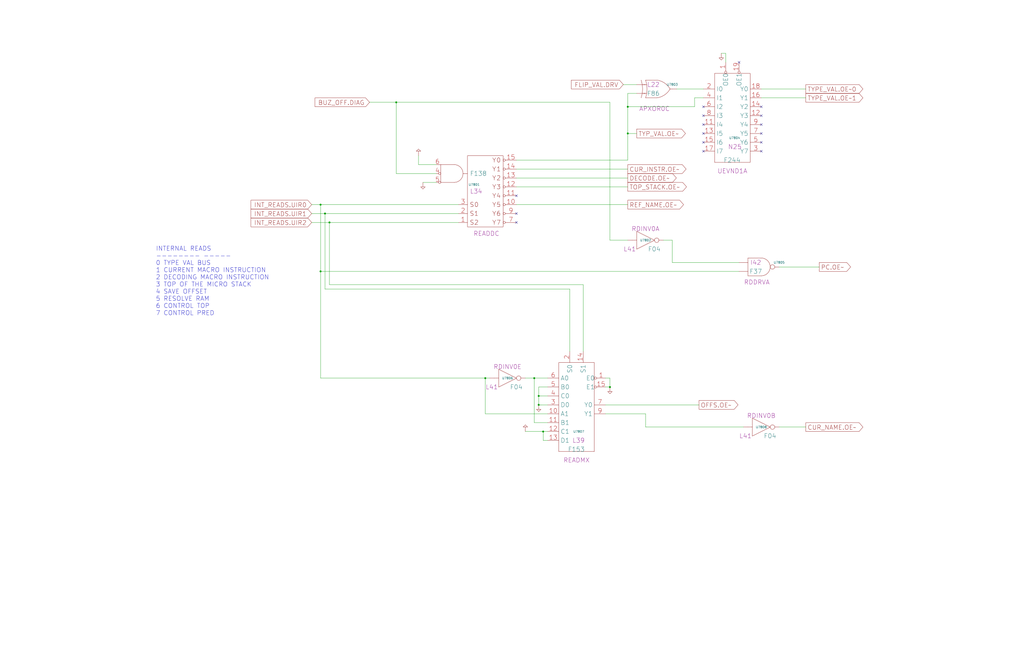
<source format=kicad_sch>
(kicad_sch (version 20230121) (generator eeschema)
  (paper "User" 584.2 378.46)
  (title_block (title "INTERNAL READ DECODING") (date "22-MAY-90") (rev "1.0") (comment 1 "SEQUENCER") (comment 2 "232-003064") (comment 3 "S400") (comment 4 "RELEASED"))
  (lib_symbols
    (symbol "r1000:F04" (pin_numbers hide) (pin_names hide)
      (property "Reference" "U" (at 0 0 0))
      (property "Value" "F04" (at 1.27 -5.08 0))
      (property "Location" "___" (at -12.7 -5.08 0))
      (property "Name" "______" (at 0 5.08 0))
      (symbol "F04_0_1"
        (polyline (pts (xy -7.62 0) (xy -5.08 0)) (stroke (width 0.1524)))
        (polyline (pts (xy -5.08 5.08) (xy -5.08 -5.08)) (stroke (width 0.1524)))
        (polyline (pts (xy 5.08 0) (xy -5.08 -5.08)) (stroke (width 0.1524)))
        (polyline (pts (xy 5.08 0) (xy -5.08 5.08)) (stroke (width 0.1524)))
        (circle (center 6.35 0) (radius 1.27) (stroke (width 0.1524)))
      )
      (symbol "F04_1_1"
        (pin input line (at -10.16 0 0) (length 2.54) (name "D0") (number "1"))
        (pin output line (at 10.16 0 180) (length 2.54) (name "Q") (number "2"))
      )
    )
    (symbol "r1000:F138" (pin_names (offset 1.016) hide)
      (property "Reference" "U" (at 1.27 3.81 0))
      (property "Value" "F138" (at -1.27 10.16 0))
      (property "Location" "___" (at -1.27 0 0))
      (property "Name" "______" (at 8.255 -24.13 0))
      (symbol "F138_0_0"
        (arc (start -10.16 5.08) (mid -6.5679 6.5679) (end -5.08 10.16) (stroke (width 0.1524)))
        (arc (start -5.08 10.16) (mid -6.5679 13.7521) (end -10.16 15.24) (stroke (width 0.1524)))
        (polyline (pts (xy -17.78 5.08) (xy -10.16 5.08)) (stroke (width 0.1524)))
        (polyline (pts (xy -17.78 15.24) (xy -10.16 15.24)) (stroke (width 0.1524)))
      )
      (symbol "F138_0_1"
        (circle (center -18.415 5.08) (radius 0.635) (stroke (width 0.1524)))
        (circle (center -18.415 10.16) (radius 0.635) (stroke (width 0.1524)))
        (rectangle (start -2.54 20.32) (end 17.78 -20.32) (stroke (width 0.1524)))
        (polyline (pts (xy -19.05 15.24) (xy -17.78 15.24)) (stroke (width 0.1524)))
        (polyline (pts (xy -17.78 15.24) (xy -17.78 5.08)) (stroke (width 0.1524)))
        (polyline (pts (xy -2.54 10.16) (xy -5.08 10.16)) (stroke (width 0.1524)))
      )
      (symbol "F138_1_1"
        (circle (center 18.415 -17.78) (radius 0.635))
        (circle (center 18.415 -12.7) (radius 0.635))
        (circle (center 18.415 -7.62) (radius 0.635))
        (circle (center 18.415 -2.54) (radius 0.635))
        (circle (center 18.415 2.54) (radius 0.635))
        (circle (center 18.415 7.62) (radius 0.635))
        (circle (center 18.415 12.7) (radius 0.635))
        (circle (center 18.415 17.78) (radius 0.635))
        (text "0" (at 2.54 -7.62 0) (effects (font (size 2.54 2.54))))
        (text "0" (at 15.24 17.78 0) (effects (font (size 2.54 2.54))))
        (text "1" (at 2.54 -12.7 0) (effects (font (size 2.54 2.54))))
        (text "1" (at 15.24 12.7 0) (effects (font (size 2.54 2.54))))
        (text "2" (at 2.54 -17.78 0) (effects (font (size 2.54 2.54))))
        (text "2" (at 15.24 7.62 0) (effects (font (size 2.54 2.54))))
        (text "3" (at 15.24 2.54 0) (effects (font (size 2.54 2.54))))
        (text "4" (at 15.24 -2.54 0) (effects (font (size 2.54 2.54))))
        (text "5" (at 15.24 -7.62 0) (effects (font (size 2.54 2.54))))
        (text "6" (at 15.24 -12.7 0) (effects (font (size 2.54 2.54))))
        (text "7" (at 15.24 -17.78 0) (effects (font (size 2.54 2.54))))
        (text "S" (at 0 -17.78 0) (effects (font (size 2.54 2.54))))
        (text "S" (at 0 -12.7 0) (effects (font (size 2.54 2.54))))
        (text "S" (at 0 -7.62 0) (effects (font (size 2.54 2.54))))
        (text "Y" (at 12.7 -17.78 0) (effects (font (size 2.54 2.54))))
        (text "Y" (at 12.7 -12.7 0) (effects (font (size 2.54 2.54))))
        (text "Y" (at 12.7 -7.62 0) (effects (font (size 2.54 2.54))))
        (text "Y" (at 12.7 -2.54 0) (effects (font (size 2.54 2.54))))
        (text "Y" (at 12.7 2.54 0) (effects (font (size 2.54 2.54))))
        (text "Y" (at 12.7 7.62 0) (effects (font (size 2.54 2.54))))
        (text "Y" (at 12.7 12.7 0) (effects (font (size 2.54 2.54))))
        (text "Y" (at 12.7 17.78 0) (effects (font (size 2.54 2.54))))
        (pin input line (at -7.62 -17.78 0) (length 5.08) (name "S2") (number "1"))
        (pin output line (at 25.4 -7.62 180) (length 6.35) (name "Y5_") (number "10"))
        (pin output line (at 25.4 -2.54 180) (length 6.35) (name "Y4_") (number "11"))
        (pin output line (at 25.4 2.54 180) (length 6.35) (name "Y3_") (number "12"))
        (pin output line (at 25.4 7.62 180) (length 6.35) (name "Y2_") (number "13"))
        (pin output line (at 25.4 12.7 180) (length 6.35) (name "Y1_") (number "14"))
        (pin output line (at 25.4 17.78 180) (length 6.35) (name "Y0_") (number "15"))
        (pin input line (at -7.62 -12.7 0) (length 5.08) (name "S1") (number "2"))
        (pin input line (at -7.62 -7.62 0) (length 5.08) (name "S0") (number "3"))
        (pin input line (at -20.32 10.16 0) (length 1.27) (name "D1") (number "4"))
        (pin input line (at -20.32 5.08 0) (length 1.27) (name "D2") (number "5"))
        (pin input line (at -20.32 15.24 0) (length 1.27) (name "D0") (number "6"))
        (pin output line (at 25.4 -17.78 180) (length 6.35) (name "Y7_") (number "7"))
        (pin output line (at 25.4 -12.7 180) (length 6.35) (name "Y6_") (number "9"))
      )
    )
    (symbol "r1000:F153" (pin_names (offset 1.016))
      (property "Reference" "U" (at 2.54 5.08 0))
      (property "Value" "F153" (at -3.81 -5.08 0))
      (property "Location" "___" (at -1.27 0 0))
      (property "Name" "______" (at 1.27 -12.7 0))
      (symbol "F153_1_1"
        (rectangle (start -8.89 44.45) (end 11.43 -6.35))
        (circle (center 12.065 30.48) (radius 0.635))
        (circle (center 12.065 35.56) (radius 0.635))
        (pin input line (at 17.78 35.56 180) (length 5.08) (name "E0") (number "1"))
        (pin input line (at -15.24 15.24 0) (length 6.35) (name "A1") (number "10"))
        (pin input line (at -15.24 10.16 0) (length 6.35) (name "B1") (number "11"))
        (pin input line (at -15.24 5.08 0) (length 6.35) (name "C1") (number "12"))
        (pin input line (at -15.24 0 0) (length 6.35) (name "D1") (number "13"))
        (pin input line (at 5.08 50.8 270) (length 6.35) (name "S1") (number "14"))
        (pin input line (at 17.78 30.48 180) (length 5.08) (name "E1") (number "15"))
        (pin input line (at -2.54 50.8 270) (length 6.35) (name "S0") (number "2"))
        (pin input line (at -15.24 20.32 0) (length 6.35) (name "D0") (number "3"))
        (pin input line (at -15.24 25.4 0) (length 6.35) (name "C0") (number "4"))
        (pin input line (at -15.24 30.48 0) (length 6.35) (name "B0") (number "5"))
        (pin input line (at -15.24 35.56 0) (length 6.35) (name "A0") (number "6"))
        (pin output line (at 17.78 20.32 180) (length 6.35) (name "Y0") (number "7"))
        (pin output line (at 17.78 15.24 180) (length 6.35) (name "Y1") (number "9"))
      )
    )
    (symbol "r1000:F244" (pin_names (offset 1.016))
      (property "Reference" "U" (at 2.54 5.08 0))
      (property "Value" "F244" (at -3.81 -7.62 0))
      (property "Location" "___" (at -1.27 0 0))
      (property "Name" "______" (at 1.27 -15.24 0))
      (symbol "F244_1_1"
        (rectangle (start -8.89 41.91) (end 11.43 -8.89))
        (circle (center -2.54 42.545) (radius 0.635))
        (circle (center 5.08 42.545) (radius 0.635))
        (pin input line (at -2.54 48.26 270) (length 5.08) (name "OE0") (number "1"))
        (pin input line (at -15.24 12.7 0) (length 6.35) (name "I4") (number "11"))
        (pin tri_state line (at 17.78 17.78 180) (length 6.35) (name "Y3") (number "12"))
        (pin input line (at -15.24 7.62 0) (length 6.35) (name "I5") (number "13"))
        (pin tri_state line (at 17.78 22.86 180) (length 6.35) (name "Y2") (number "14"))
        (pin input line (at -15.24 2.54 0) (length 6.35) (name "I6") (number "15"))
        (pin tri_state line (at 17.78 27.94 180) (length 6.35) (name "Y1") (number "16"))
        (pin input line (at -15.24 -2.54 0) (length 6.35) (name "I7") (number "17"))
        (pin tri_state line (at 17.78 33.02 180) (length 6.35) (name "Y0") (number "18"))
        (pin input line (at 5.08 48.26 270) (length 5.08) (name "OE1") (number "19"))
        (pin input line (at -15.24 33.02 0) (length 6.35) (name "I0") (number "2"))
        (pin tri_state line (at 17.78 -2.54 180) (length 6.35) (name "Y7") (number "3"))
        (pin input line (at -15.24 27.94 0) (length 6.35) (name "I1") (number "4"))
        (pin tri_state line (at 17.78 2.54 180) (length 6.35) (name "Y6") (number "5"))
        (pin input line (at -15.24 22.86 0) (length 6.35) (name "I2") (number "6"))
        (pin tri_state line (at 17.78 7.62 180) (length 6.35) (name "Y5") (number "7"))
        (pin input line (at -15.24 17.78 0) (length 6.35) (name "I3") (number "8"))
        (pin tri_state line (at 17.78 12.7 180) (length 6.35) (name "Y4") (number "9"))
      )
    )
    (symbol "r1000:F37" (pin_numbers hide) (pin_names (offset 0) hide)
      (property "Reference" "U" (at 15.24 0 0))
      (property "Value" "F37" (at 1.905 -5.08 0))
      (property "Location" "___" (at 1.905 0 0))
      (property "Name" "______" (at 2.54 -12.7 0))
      (symbol "F37_0_1"
        (polyline (pts (xy -2.54 -7.62) (xy 5.08 -7.62)) (stroke (width 0.1524)))
        (polyline (pts (xy -2.54 2.54) (xy -2.54 -7.62)) (stroke (width 0.1524)))
        (polyline (pts (xy -2.54 2.54) (xy 5.08 2.54)) (stroke (width 0.1524)))
        (arc (start 5.08 -7.62) (mid 10.1282 -2.54) (end 5.08 2.54) (stroke (width 0.1524)))
        (circle (center 11.43 -2.54) (radius 1.27) (stroke (width 0.1524)))
      )
      (symbol "F37_0_2"
        (circle (center -3.81 -5.08) (radius 1.27) (stroke (width 0.1524)))
        (circle (center -3.81 0) (radius 1.27) (stroke (width 0.1524)))
        (arc (start -3.175 -7.62) (mid -2.134 -2.54) (end -3.175 2.54) (stroke (width 0.1524)))
        (polyline (pts (xy -3.175 -7.62) (xy 3.81 -7.62)) (stroke (width 0.1524)))
        (polyline (pts (xy -3.175 2.54) (xy 3.81 2.54)) (stroke (width 0.1524)))
        (arc (start 3.81 -7.62) (mid 7.5855 -5.8306) (end 10.16 -2.54) (stroke (width 0.1524)))
        (arc (start 10.16 -2.54) (mid 7.5827 0.7471) (end 3.81 2.54) (stroke (width 0.1524)))
      )
      (symbol "F37_1_1"
        (pin input line (at -7.62 0 0) (length 5.08) (name "D0") (number "1"))
        (pin input line (at -7.62 -5.08 0) (length 5.08) (name "D1") (number "2"))
        (pin output line (at 15.24 -2.54 180) (length 2.54) (name "Q") (number "3"))
      )
      (symbol "F37_1_2"
        (pin input line (at -7.62 0 0) (length 2.54) (name "D0") (number "1"))
        (pin input line (at -7.62 -5.08 0) (length 2.54) (name "D1") (number "2"))
        (pin output line (at 15.24 -2.54 180) (length 5.08) (name "Q") (number "3"))
      )
    )
    (symbol "r1000:F86" (pin_numbers hide) (pin_names hide)
      (property "Reference" "U" (at 12.7 2.54 0))
      (property "Value" "F86" (at 1.905 -2.54 0))
      (property "Location" "___" (at 1.905 2.54 0))
      (property "Name" "______" (at 2.54 -12.7 0))
      (symbol "F86_0_0"
        (arc (start -5.0873 -5.08) (mid -4.2626 0) (end -5.0873 5.08) (stroke (width 0.1524)))
        (arc (start -2.5473 -5.08) (mid -1.7226 0) (end -2.5473 5.08) (stroke (width 0.1524)))
        (polyline (pts (xy -2.54 -5.08) (xy 3.81 -5.08)) (stroke (width 0.1524)))
        (polyline (pts (xy -2.54 5.08) (xy 3.81 5.08)) (stroke (width 0.1524)))
        (arc (start 3.81 -5.08) (mid 8.2204 -3.4405) (end 11.43 0) (stroke (width 0.1524)))
        (arc (start 11.43 0) (mid 8.2216 3.4424) (end 3.81 5.08) (stroke (width 0.1524)))
      )
      (symbol "F86_0_1"
        (polyline (pts (xy -3.81 -2.54) (xy -1.905 -2.54)) (stroke (width 0.1524)))
        (polyline (pts (xy -3.81 2.54) (xy -1.905 2.54)) (stroke (width 0.1524)))
        (polyline (pts (xy 12.7 0) (xy 11.43 0)) (stroke (width 0.1524)))
      )
      (symbol "F86_1_1"
        (pin input line (at -7.62 2.54 0) (length 5.08) (name "D0") (number "1"))
        (pin input line (at -7.62 -2.54 0) (length 5.08) (name "D1") (number "2"))
        (pin output line (at 15.24 0 180) (length 2.54) (name "Q") (number "3"))
      )
    )
    (symbol "r1000:PD" (power) (pin_numbers hide) (pin_names hide) (in_bom no)
      (symbol "PD_0_1"
        (polyline (pts (xy 0 -2.54) (xy 1.27 -2.54) (xy 0 -3.81) (xy -1.27 -2.54) (xy 0 -2.54)) (stroke (width 0.1524)))
      )
      (symbol "PD_1_1"
        (pin power_in line (at 0 0 270) (length 2.54) (name "PD") (number "1"))
      )
    )
    (symbol "r1000:PU" (power) (pin_numbers hide) (pin_names hide)
      (symbol "PU_0_1"
        (polyline (pts (xy 0 2.54) (xy -1.27 2.54) (xy 0 3.81) (xy 1.27 2.54) (xy 0 2.54)) (stroke (width 0.1524)))
      )
      (symbol "PU_1_1"
        (pin power_in line (at 0 0 90) (length 2.54) (name "PU") (number "1"))
      )
    )
  )
  (junction (at 182.88 154.94))
  (junction (at 347.98 220.98))
  (junction (at 226.06 58.42))
  (junction (at 185.42 121.92))
  (junction (at 276.86 215.9))
  (junction (at 187.96 127))
  (junction (at 358.14 60.96))
  (junction (at 307.34 231.14))
  (junction (at 182.88 116.84))
  (junction (at 304.8 215.9))
  (junction (at 307.34 226.06))
  (junction (at 358.14 76.2))
  (junction (at 309.88 246.38))
  (no_connect (at 434.34 71.12))
  (no_connect (at 294.64 121.92))
  (no_connect (at 434.34 86.36))
  (no_connect (at 421.64 35.56))
  (no_connect (at 401.32 71.12))
  (no_connect (at 434.34 76.2))
  (no_connect (at 401.32 76.2))
  (no_connect (at 401.32 66.04))
  (no_connect (at 434.34 60.96))
  (no_connect (at 294.64 111.76))
  (no_connect (at 434.34 81.28))
  (no_connect (at 401.32 60.96))
  (no_connect (at 434.34 66.04))
  (no_connect (at 401.32 86.36))
  (no_connect (at 294.64 127))
  (no_connect (at 401.32 81.28))
  (wire (pts (xy 444.5 152.4) (xy 467.36 152.4)))
  (wire (pts (xy 185.42 121.92) (xy 261.62 121.92)))
  (wire (pts (xy 304.8 215.9) (xy 312.42 215.9)))
  (wire (pts (xy 238.76 88.9) (xy 238.76 93.98)))
  (wire (pts (xy 182.88 116.84) (xy 182.88 154.94)))
  (wire (pts (xy 358.14 76.2) (xy 363.22 76.2)))
  (wire (pts (xy 276.86 215.9) (xy 276.86 236.22)))
  (wire (pts (xy 383.54 149.86) (xy 421.64 149.86)))
  (wire (pts (xy 358.14 76.2) (xy 358.14 60.96)))
  (wire (pts (xy 304.8 241.3) (xy 304.8 215.9)))
  (wire (pts (xy 226.06 58.42) (xy 347.98 58.42)))
  (wire (pts (xy 307.34 231.14) (xy 312.42 231.14)))
  (wire (pts (xy 312.42 220.98) (xy 307.34 220.98)))
  (wire (pts (xy 345.44 231.14) (xy 398.78 231.14)))
  (wire (pts (xy 434.34 55.88) (xy 459.74 55.88)))
  (wire (pts (xy 347.98 58.42) (xy 347.98 137.16)))
  (wire (pts (xy 358.14 60.96) (xy 396.24 60.96)))
  (wire (pts (xy 347.98 137.16) (xy 358.14 137.16)))
  (wire (pts (xy 182.88 154.94) (xy 182.88 215.9)))
  (wire (pts (xy 312.42 251.46) (xy 309.88 251.46)))
  (wire (pts (xy 345.44 215.9) (xy 347.98 215.9)))
  (wire (pts (xy 414.02 30.48) (xy 414.02 35.56)))
  (wire (pts (xy 411.48 30.48) (xy 414.02 30.48)))
  (wire (pts (xy 325.12 165.1) (xy 325.12 200.66)))
  (wire (pts (xy 358.14 91.44) (xy 358.14 76.2)))
  (wire (pts (xy 238.76 93.98) (xy 248.92 93.98)))
  (wire (pts (xy 226.06 58.42) (xy 226.06 99.06)))
  (wire (pts (xy 378.46 137.16) (xy 383.54 137.16)))
  (wire (pts (xy 358.14 53.34) (xy 363.22 53.34)))
  (wire (pts (xy 276.86 215.9) (xy 279.4 215.9)))
  (wire (pts (xy 294.64 101.6) (xy 358.14 101.6)))
  (wire (pts (xy 368.3 236.22) (xy 368.3 243.84)))
  (wire (pts (xy 185.42 165.1) (xy 325.12 165.1)))
  (wire (pts (xy 182.88 116.84) (xy 261.62 116.84)))
  (wire (pts (xy 182.88 215.9) (xy 276.86 215.9)))
  (wire (pts (xy 309.88 246.38) (xy 312.42 246.38)))
  (wire (pts (xy 241.3 104.14) (xy 248.92 104.14)))
  (wire (pts (xy 347.98 215.9) (xy 347.98 220.98)))
  (wire (pts (xy 182.88 154.94) (xy 421.64 154.94)))
  (wire (pts (xy 226.06 99.06) (xy 248.92 99.06)))
  (wire (pts (xy 187.96 127) (xy 261.62 127)))
  (wire (pts (xy 307.34 226.06) (xy 307.34 231.14)))
  (wire (pts (xy 177.8 127) (xy 187.96 127)))
  (wire (pts (xy 434.34 50.8) (xy 459.74 50.8)))
  (wire (pts (xy 177.8 116.84) (xy 182.88 116.84)))
  (wire (pts (xy 309.88 251.46) (xy 309.88 246.38)))
  (wire (pts (xy 358.14 60.96) (xy 358.14 53.34)))
  (wire (pts (xy 210.82 58.42) (xy 226.06 58.42)))
  (wire (pts (xy 294.64 116.84) (xy 358.14 116.84)))
  (wire (pts (xy 444.5 243.84) (xy 459.74 243.84)))
  (wire (pts (xy 368.3 243.84) (xy 424.18 243.84)))
  (wire (pts (xy 185.42 121.92) (xy 185.42 165.1)))
  (wire (pts (xy 294.64 96.52) (xy 358.14 96.52)))
  (wire (pts (xy 294.64 106.68) (xy 358.14 106.68)))
  (wire (pts (xy 187.96 127) (xy 187.96 162.56)))
  (wire (pts (xy 345.44 220.98) (xy 347.98 220.98)))
  (wire (pts (xy 383.54 137.16) (xy 383.54 149.86)))
  (wire (pts (xy 307.34 220.98) (xy 307.34 226.06)))
  (wire (pts (xy 332.74 162.56) (xy 332.74 200.66)))
  (wire (pts (xy 187.96 162.56) (xy 332.74 162.56)))
  (wire (pts (xy 307.34 226.06) (xy 312.42 226.06)))
  (wire (pts (xy 299.72 246.38) (xy 309.88 246.38)))
  (wire (pts (xy 386.08 50.8) (xy 401.32 50.8)))
  (wire (pts (xy 276.86 236.22) (xy 312.42 236.22)))
  (wire (pts (xy 345.44 236.22) (xy 368.3 236.22)))
  (wire (pts (xy 355.6 48.26) (xy 363.22 48.26)))
  (wire (pts (xy 294.64 91.44) (xy 358.14 91.44)))
  (wire (pts (xy 312.42 241.3) (xy 304.8 241.3)))
  (wire (pts (xy 299.72 215.9) (xy 304.8 215.9)))
  (wire (pts (xy 396.24 60.96) (xy 396.24 55.88)))
  (wire (pts (xy 396.24 55.88) (xy 401.32 55.88)))
  (wire (pts (xy 177.8 121.92) (xy 185.42 121.92)))
  (text "INTERNAL READS\n-------- -----\n0 TYPE VAL BUS\n1 CURRENT MACRO INSTRUCTION\n2 DECODING MACRO INSTRUCTION\n3 TOP OF THE MICRO STACK\n4 SAVE OFFSET\n5 RESOLVE RAM\n6 CONTROL TOP\n7 CONTROL PRED\n" (at 88.9 180.34 0) (effects (font (size 2.54 2.54)) (justify left bottom)))
  (global_label "CUR_NAME.OE~" (shape output) (at 459.74 243.84 0) (effects (font (size 2.54 2.54))) (property "Intersheetrefs" "${INTERSHEET_REFS}" (at 492.2641 243.6813 0) (effects (font (size 1.905 1.905)) (justify left))))
  (global_label "CUR_INSTR.OE~" (shape output) (at 358.14 96.52 0) (effects (font (size 2.54 2.54))) (property "Intersheetrefs" "${INTERSHEET_REFS}" (at 391.3898 96.3613 0) (effects (font (size 1.905 1.905)) (justify left))))
  (global_label "FLIP_VAL.DRV" (shape input) (at 355.6 48.26 180) (effects (font (size 2.54 2.54))) (property "Intersheetrefs" "${INTERSHEET_REFS}" (at 325.9788 48.1013 0) (effects (font (size 1.905 1.905)) (justify right))))
  (global_label "INT_READS.UIR2" (shape input) (at 177.8 127 180) (effects (font (size 2.54 2.54))) (property "Intersheetrefs" "${INTERSHEET_REFS}" (at 143.2197 126.8413 0) (effects (font (size 1.905 1.905)) (justify right))))
  (global_label "INT_READS.UIR1" (shape input) (at 177.8 121.92 180) (effects (font (size 2.54 2.54))) (property "Intersheetrefs" "${INTERSHEET_REFS}" (at 143.2197 121.7613 0) (effects (font (size 1.905 1.905)) (justify right))))
  (global_label "TYPE_VAL.OE~1" (shape output) (at 459.74 55.88 0) (effects (font (size 2.54 2.54))) (property "Intersheetrefs" "${INTERSHEET_REFS}" (at 492.2641 55.7213 0) (effects (font (size 1.905 1.905)) (justify left))))
  (global_label "TYP_VAL.OE~" (shape output) (at 363.22 76.2 0) (effects (font (size 2.54 2.54))) (property "Intersheetrefs" "${INTERSHEET_REFS}" (at 391.027 76.0413 0) (effects (font (size 1.905 1.905)) (justify left))))
  (global_label "REF_NAME.OE~" (shape output) (at 358.14 116.84 0) (effects (font (size 2.54 2.54))) (property "Intersheetrefs" "${INTERSHEET_REFS}" (at 389.9384 116.6813 0) (effects (font (size 1.905 1.905)) (justify left))))
  (global_label "TOP_STACK.OE~" (shape output) (at 358.14 106.68 0) (effects (font (size 2.54 2.54))) (property "Intersheetrefs" "${INTERSHEET_REFS}" (at 391.6317 106.5213 0) (effects (font (size 1.905 1.905)) (justify left))))
  (global_label "DECODE.OE~" (shape output) (at 358.14 101.6 0) (effects (font (size 2.54 2.54))) (property "Intersheetrefs" "${INTERSHEET_REFS}" (at 385.826 101.4413 0) (effects (font (size 1.905 1.905)) (justify left))))
  (global_label "INT_READS.UIR0" (shape input) (at 177.8 116.84 180) (effects (font (size 2.54 2.54))) (property "Intersheetrefs" "${INTERSHEET_REFS}" (at 143.2197 116.6813 0) (effects (font (size 1.905 1.905)) (justify right))))
  (global_label "BUZ_OFF.DIAG" (shape input) (at 210.82 58.42 180) (effects (font (size 2.54 2.54))) (property "Intersheetrefs" "${INTERSHEET_REFS}" (at 179.7473 58.2613 0) (effects (font (size 1.905 1.905)) (justify right))))
  (global_label "TYPE_VAL.OE~0" (shape output) (at 459.74 50.8 0) (effects (font (size 2.54 2.54))) (property "Intersheetrefs" "${INTERSHEET_REFS}" (at 492.2641 50.6413 0) (effects (font (size 1.905 1.905)) (justify left))))
  (global_label "PC.OE~" (shape output) (at 467.36 152.4 0) (effects (font (size 2.54 2.54))) (property "Intersheetrefs" "${INTERSHEET_REFS}" (at 485.2489 152.2413 0) (effects (font (size 1.905 1.905)) (justify left))))
  (global_label "OFFS.OE~" (shape output) (at 398.78 231.14 0) (effects (font (size 2.54 2.54))) (property "Intersheetrefs" "${INTERSHEET_REFS}" (at 421.0231 230.9813 0) (effects (font (size 1.905 1.905)) (justify left))))
  (symbol (lib_id "r1000:PD") (at 307.34 231.14 0) (unit 1) (in_bom no)
    (property "Reference" "#PWR07804" (effects hide))
    (property "Value" "PD" (effects hide))
  )
  (symbol (lib_id "r1000:F138") (at 269.24 109.22 0) (unit 1)
    (property "Reference" "U7801" (at 270.51 105.41 0))
    (property "Value" "F138" (at 267.97 99.06 0) (effects (font (size 2.54 2.54)) (justify left)))
    (property "Location" "L34" (at 267.97 109.22 0) (effects (font (size 2.54 2.54)) (justify left)))
    (property "Name" "READDC" (at 277.495 133.35 0) (effects (font (size 2.54 2.54))))
  )
  (symbol (lib_id "r1000:F04") (at 289.56 215.9 0) (unit 1)
    (property "Reference" "U7806" (at 289.56 215.9 0))
    (property "Value" "F04" (at 290.83 220.98 0) (effects (font (size 2.54 2.54)) (justify left)))
    (property "Location" "L41" (at 276.86 220.98 0) (effects (font (size 2.54 2.54)) (justify left)))
    (property "Name" "RDINV0E" (at 289.56 210.82 0) (effects (font (size 2.54 2.54)) (justify bottom)))
  )
  (symbol (lib_id "r1000:PD") (at 241.3 104.14 0) (unit 1) (in_bom no)
    (property "Reference" "#PWR07802" (effects hide))
    (property "Value" "PD" (effects hide))
  )
  (symbol (lib_id "r1000:PD") (at 347.98 220.98 0) (unit 1) (in_bom no)
    (property "Reference" "#PWR07805" (effects hide))
    (property "Value" "PD" (effects hide))
  )
  (symbol (lib_id "r1000:F04") (at 368.3 137.16 0) (unit 1)
    (property "Reference" "U7802" (at 368.3 137.16 0))
    (property "Value" "F04" (at 369.57 142.24 0) (effects (font (size 2.54 2.54)) (justify left)))
    (property "Location" "L41" (at 355.6 142.24 0) (effects (font (size 2.54 2.54)) (justify left)))
    (property "Name" "RDINV0A" (at 368.3 132.08 0) (effects (font (size 2.54 2.54)) (justify bottom)))
  )
  (symbol (lib_id "r1000:PD") (at 411.48 30.48 0) (unit 1) (in_bom no)
    (property "Reference" "#PWR07806" (effects hide))
    (property "Value" "PD" (effects hide))
  )
  (symbol (lib_id "r1000:F153") (at 327.66 251.46 0) (unit 1)
    (property "Reference" "U7807" (at 330.2 246.38 0))
    (property "Value" "F153" (at 323.85 256.54 0) (effects (font (size 2.54 2.54)) (justify left)))
    (property "Location" "L39" (at 326.39 251.46 0) (effects (font (size 2.54 2.54)) (justify left)))
    (property "Name" "READMX" (at 328.93 264.16 0) (effects (font (size 2.54 2.54)) (justify bottom)))
  )
  (symbol (lib_id "r1000:F04") (at 434.34 243.84 0) (unit 1)
    (property "Reference" "U7808" (at 434.34 243.84 0))
    (property "Value" "F04" (at 435.61 248.92 0) (effects (font (size 2.54 2.54)) (justify left)))
    (property "Location" "L41" (at 421.64 248.92 0) (effects (font (size 2.54 2.54)) (justify left)))
    (property "Name" "RDINV0B" (at 434.34 238.76 0) (effects (font (size 2.54 2.54)) (justify bottom)))
  )
  (symbol (lib_id "r1000:PU") (at 299.72 246.38 0) (unit 1)
    (property "Reference" "#PWR07803" (effects hide))
    (property "Value" "PU" (effects hide))
  )
  (symbol (lib_id "r1000:F37") (at 429.26 149.86 0) (unit 1)
    (property "Reference" "U7805" (at 444.5 149.86 0))
    (property "Value" "F37" (at 431.165 154.94 0) (effects (font (size 2.54 2.54))))
    (property "Location" "I42" (at 431.165 149.86 0) (effects (font (size 2.54 2.54))))
    (property "Name" "RDDRVA" (at 431.8 162.56 0) (effects (font (size 2.54 2.54)) (justify bottom)))
  )
  (symbol (lib_id "r1000:PU") (at 238.76 88.9 0) (unit 1)
    (property "Reference" "#PWR07801" (effects hide))
    (property "Value" "PU" (effects hide))
  )
  (symbol (lib_id "r1000:F86") (at 370.84 50.8 0) (unit 1)
    (property "Reference" "U7803" (at 383.54 48.26 0))
    (property "Value" "F86" (at 372.745 53.34 0) (effects (font (size 2.54 2.54))))
    (property "Location" "L22" (at 372.745 48.26 0) (effects (font (size 2.54 2.54))))
    (property "Name" "APXOR0C" (at 373.38 63.5 0) (effects (font (size 2.54 2.54)) (justify bottom)))
  )
  (symbol (lib_id "r1000:F244") (at 416.56 83.82 0) (unit 1)
    (property "Reference" "U7804" (at 419.1 78.74 0))
    (property "Value" "F244" (at 412.75 91.44 0) (effects (font (size 2.54 2.54)) (justify left)))
    (property "Location" "N25" (at 415.29 83.82 0) (effects (font (size 2.54 2.54)) (justify left)))
    (property "Name" "UEVND1A" (at 417.83 99.06 0) (effects (font (size 2.54 2.54)) (justify bottom)))
  )
)
</source>
